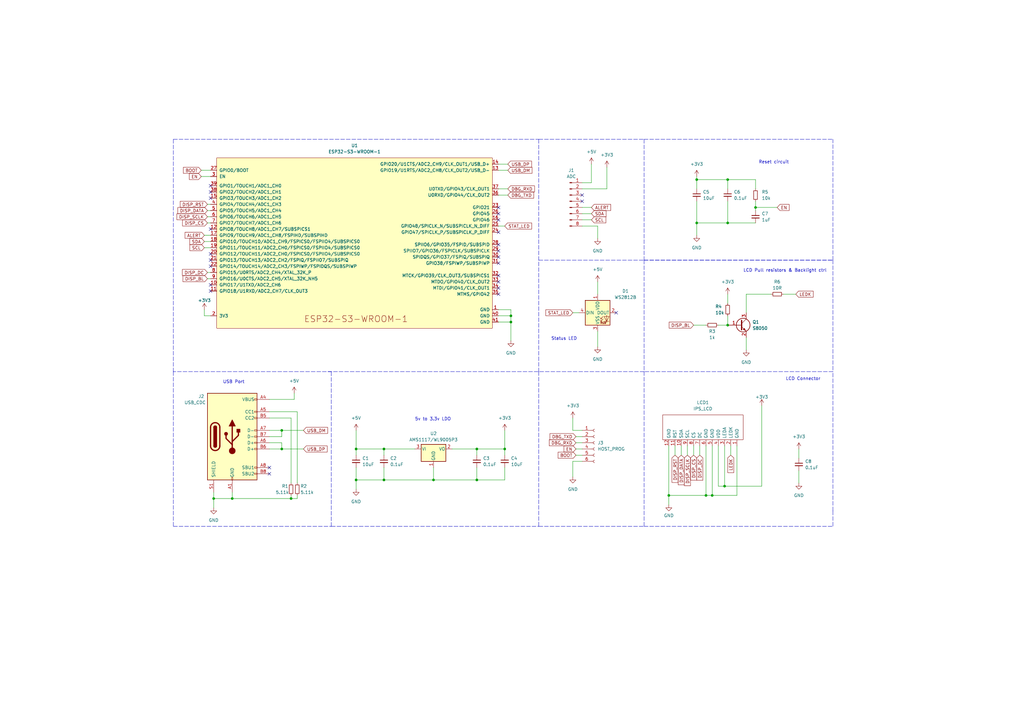
<source format=kicad_sch>
(kicad_sch (version 20211123) (generator eeschema)
  (paper "A3")
  (lib_symbols
    (symbol "+5V_1" (power) (pin_names (offset 0))
      (property "Value" "+5V_1" (at 0 3.556 0))
      (symbol "+5V_1_0_1"
        (polyline (pts (xy -0.762 1.27) (xy 0 2.54)))
        (polyline (pts (xy 0 0) (xy 0 2.54)))
        (polyline (pts (xy 0 2.54) (xy 0.762 1.27)))
      )
      (symbol "+5V_1_1_1"
        (pin power_in line (at 0 0 90) (length 0) hide (name "+5V") (number "1"))
      )
    )
    (symbol "+5V_2" (power) (pin_names (offset 0))
      (property "Value" "+5V_2" (at 0 3.556 0))
      (symbol "+5V_2_0_1"
        (polyline (pts (xy -0.762 1.27) (xy 0 2.54)))
        (polyline (pts (xy 0 0) (xy 0 2.54)))
        (polyline (pts (xy 0 2.54) (xy 0.762 1.27)))
      )
      (symbol "+5V_2_1_1"
        (pin power_in line (at 0 0 90) (length 0) hide (name "+5V") (number "1"))
      )
    )
    (symbol "Connector:Conn_01x06_Female" (pin_names (offset 1.016) hide)
      (property "Reference" "J" (at 0 7.62 0))
      (property "Value" "Conn_01x06_Female" (at 0 -10.16 0))
      (symbol "Conn_01x06_Female_1_1"
        (arc (start 0 -7.112) (mid -0.508 -7.62) (end 0 -8.128) (stroke (width 0.1524)))
        (arc (start 0 -4.572) (mid -0.508 -5.08) (end 0 -5.588) (stroke (width 0.1524)))
        (arc (start 0 -2.032) (mid -0.508 -2.54) (end 0 -3.048) (stroke (width 0.1524)))
        (polyline (pts (xy -1.27 -7.62) (xy -0.508 -7.62)) (stroke (width 0.1524)))
        (polyline (pts (xy -1.27 -5.08) (xy -0.508 -5.08)) (stroke (width 0.1524)))
        (polyline (pts (xy -1.27 -2.54) (xy -0.508 -2.54)) (stroke (width 0.1524)))
        (polyline (pts (xy -1.27 0) (xy -0.508 0)) (stroke (width 0.1524)))
        (polyline (pts (xy -1.27 2.54) (xy -0.508 2.54)) (stroke (width 0.1524)))
        (polyline (pts (xy -1.27 5.08) (xy -0.508 5.08)) (stroke (width 0.1524)))
        (arc (start 0 0.508) (mid -0.508 0) (end 0 -0.508) (stroke (width 0.1524)))
        (arc (start 0 3.048) (mid -0.508 2.54) (end 0 2.032) (stroke (width 0.1524)))
        (arc (start 0 5.588) (mid -0.508 5.08) (end 0 4.572) (stroke (width 0.1524)))
        (pin passive line (at -5.08 5.08 0) (length 3.81) (name "Pin_1") (number "1"))
        (pin passive line (at -5.08 2.54 0) (length 3.81) (name "Pin_2") (number "2"))
        (pin passive line (at -5.08 0 0) (length 3.81) (name "Pin_3") (number "3"))
        (pin passive line (at -5.08 -2.54 0) (length 3.81) (name "Pin_4") (number "4"))
        (pin passive line (at -5.08 -5.08 0) (length 3.81) (name "Pin_5") (number "5"))
        (pin passive line (at -5.08 -7.62 0) (length 3.81) (name "Pin_6") (number "6"))
      )
    )
    (symbol "Connector:Conn_01x08_Male" (pin_names (offset 1.016) hide)
      (property "Reference" "J" (at 0 10.16 0))
      (property "Value" "Conn_01x08_Male" (at 0 -12.7 0))
      (symbol "Conn_01x08_Male_1_1"
        (polyline (pts (xy 1.27 -10.16) (xy 0.8636 -10.16)) (stroke (width 0.1524)))
        (polyline (pts (xy 1.27 -7.62) (xy 0.8636 -7.62)) (stroke (width 0.1524)))
        (polyline (pts (xy 1.27 -5.08) (xy 0.8636 -5.08)) (stroke (width 0.1524)))
        (polyline (pts (xy 1.27 -2.54) (xy 0.8636 -2.54)) (stroke (width 0.1524)))
        (polyline (pts (xy 1.27 0) (xy 0.8636 0)) (stroke (width 0.1524)))
        (polyline (pts (xy 1.27 2.54) (xy 0.8636 2.54)) (stroke (width 0.1524)))
        (polyline (pts (xy 1.27 5.08) (xy 0.8636 5.08)) (stroke (width 0.1524)))
        (polyline (pts (xy 1.27 7.62) (xy 0.8636 7.62)) (stroke (width 0.1524)))
        (rectangle (start 0.8636 -10.033) (end 0 -10.287) (stroke (width 0.1524)) (fill (type outline)))
        (rectangle (start 0.8636 -7.493) (end 0 -7.747) (stroke (width 0.1524)) (fill (type outline)))
        (rectangle (start 0.8636 -4.953) (end 0 -5.207) (stroke (width 0.1524)) (fill (type outline)))
        (rectangle (start 0.8636 -2.413) (end 0 -2.667) (stroke (width 0.1524)) (fill (type outline)))
        (rectangle (start 0.8636 0.127) (end 0 -0.127) (stroke (width 0.1524)) (fill (type outline)))
        (rectangle (start 0.8636 2.667) (end 0 2.413) (stroke (width 0.1524)) (fill (type outline)))
        (rectangle (start 0.8636 5.207) (end 0 4.953) (stroke (width 0.1524)) (fill (type outline)))
        (rectangle (start 0.8636 7.747) (end 0 7.493) (stroke (width 0.1524)) (fill (type outline)))
        (pin passive line (at 5.08 7.62 180) (length 3.81) (name "Pin_1") (number "1"))
        (pin passive line (at 5.08 5.08 180) (length 3.81) (name "Pin_2") (number "2"))
        (pin passive line (at 5.08 2.54 180) (length 3.81) (name "Pin_3") (number "3"))
        (pin passive line (at 5.08 0 180) (length 3.81) (name "Pin_4") (number "4"))
        (pin passive line (at 5.08 -2.54 180) (length 3.81) (name "Pin_5") (number "5"))
        (pin passive line (at 5.08 -5.08 180) (length 3.81) (name "Pin_6") (number "6"))
        (pin passive line (at 5.08 -7.62 180) (length 3.81) (name "Pin_7") (number "7"))
        (pin passive line (at 5.08 -10.16 180) (length 3.81) (name "Pin_8") (number "8"))
      )
    )
    (symbol "Connector:USB_C_Receptacle_USB2.0" (pin_names (offset 1.016))
      (property "Reference" "J" (at -10.16 19.05 0))
      (property "Value" "USB_C_Receptacle_USB2.0" (at 19.05 19.05 0))
      (symbol "USB_C_Receptacle_USB2.0_0_0"
        (rectangle (start -0.254 -17.78) (end 0.254 -16.764))
        (rectangle (start 10.16 -14.986) (end 9.144 -15.494))
        (rectangle (start 10.16 -12.446) (end 9.144 -12.954))
        (rectangle (start 10.16 -4.826) (end 9.144 -5.334))
        (rectangle (start 10.16 -2.286) (end 9.144 -2.794))
        (rectangle (start 10.16 0.254) (end 9.144 -0.254))
        (rectangle (start 10.16 2.794) (end 9.144 2.286))
        (rectangle (start 10.16 7.874) (end 9.144 7.366))
        (rectangle (start 10.16 10.414) (end 9.144 9.906))
        (rectangle (start 10.16 15.494) (end 9.144 14.986))
      )
      (symbol "USB_C_Receptacle_USB2.0_0_1"
        (rectangle (start -10.16 17.78) (end 10.16 -17.78) (stroke (width 0.254)) (fill (type background)))
        (arc (start -8.89 -3.81) (mid -6.985 -5.715) (end -5.08 -3.81) (stroke (width 0.508)))
        (arc (start -7.62 -3.81) (mid -6.985 -4.445) (end -6.35 -3.81) (stroke (width 0.254)))
        (arc (start -7.62 -3.81) (mid -6.985 -4.445) (end -6.35 -3.81) (stroke (width 0.254)) (fill (type outline)))
        (rectangle (start -7.62 -3.81) (end -6.35 3.81) (stroke (width 0.254)) (fill (type outline)))
        (arc (start -6.35 3.81) (mid -6.985 4.445) (end -7.62 3.81) (stroke (width 0.254)))
        (arc (start -6.35 3.81) (mid -6.985 4.445) (end -7.62 3.81) (stroke (width 0.254)) (fill (type outline)))
        (arc (start -5.08 3.81) (mid -6.985 5.715) (end -8.89 3.81) (stroke (width 0.508)))
        (circle (center -2.54 1.143) (radius 0.635) (stroke (width 0.254)) (fill (type outline)))
        (circle (center 0 -5.842) (radius 1.27) (fill (type outline)))
        (polyline (pts (xy -8.89 -3.81) (xy -8.89 3.81)) (stroke (width 0.508)))
        (polyline (pts (xy -5.08 3.81) (xy -5.08 -3.81)) (stroke (width 0.508)))
        (polyline (pts (xy 0 -5.842) (xy 0 4.318)) (stroke (width 0.508)))
        (polyline (pts (xy 0 -3.302) (xy -2.54 -0.762) (xy -2.54 0.508)) (stroke (width 0.508)))
        (polyline (pts (xy 0 -2.032) (xy 2.54 0.508) (xy 2.54 1.778)) (stroke (width 0.508)))
        (polyline (pts (xy -1.27 4.318) (xy 0 6.858) (xy 1.27 4.318) (xy -1.27 4.318)) (stroke (width 0.254)) (fill (type outline)))
        (rectangle (start 1.905 1.778) (end 3.175 3.048) (stroke (width 0.254)) (fill (type outline)))
      )
      (symbol "USB_C_Receptacle_USB2.0_1_1"
        (pin passive line (at 0 -22.86 90) (length 5.08) (name "GND") (number "A1"))
        (pin passive line (at 0 -22.86 90) (length 5.08) hide (name "GND") (number "A12"))
        (pin passive line (at 15.24 15.24 180) (length 5.08) (name "VBUS") (number "A4"))
        (pin bidirectional line (at 15.24 10.16 180) (length 5.08) (name "CC1") (number "A5"))
        (pin bidirectional line (at 15.24 -2.54 180) (length 5.08) (name "D+") (number "A6"))
        (pin bidirectional line (at 15.24 2.54 180) (length 5.08) (name "D-") (number "A7"))
        (pin bidirectional line (at 15.24 -12.7 180) (length 5.08) (name "SBU1") (number "A8"))
        (pin passive line (at 15.24 15.24 180) (length 5.08) hide (name "VBUS") (number "A9"))
        (pin passive line (at 0 -22.86 90) (length 5.08) hide (name "GND") (number "B1"))
        (pin passive line (at 0 -22.86 90) (length 5.08) hide (name "GND") (number "B12"))
        (pin passive line (at 15.24 15.24 180) (length 5.08) hide (name "VBUS") (number "B4"))
        (pin bidirectional line (at 15.24 7.62 180) (length 5.08) (name "CC2") (number "B5"))
        (pin bidirectional line (at 15.24 -5.08 180) (length 5.08) (name "D+") (number "B6"))
        (pin bidirectional line (at 15.24 0 180) (length 5.08) (name "D-") (number "B7"))
        (pin bidirectional line (at 15.24 -15.24 180) (length 5.08) (name "SBU2") (number "B8"))
        (pin passive line (at 15.24 15.24 180) (length 5.08) hide (name "VBUS") (number "B9"))
        (pin passive line (at -7.62 -22.86 90) (length 5.08) (name "SHIELD") (number "S1"))
      )
    )
    (symbol "Device:C_Small" (pin_numbers hide) (pin_names (offset 0.254) hide)
      (property "Reference" "C" (at 0.254 1.778 0))
      (property "Value" "C_Small" (at 0.254 -2.032 0))
      (symbol "C_Small_0_1"
        (polyline (pts (xy -1.524 -0.508) (xy 1.524 -0.508)) (stroke (width 0.3302)))
        (polyline (pts (xy -1.524 0.508) (xy 1.524 0.508)) (stroke (width 0.3048)))
      )
      (symbol "C_Small_1_1"
        (pin passive line (at 0 2.54 270) (length 2.032) (name "~") (number "1"))
        (pin passive line (at 0 -2.54 90) (length 2.032) (name "~") (number "2"))
      )
    )
    (symbol "Device:R_Small" (pin_numbers hide) (pin_names (offset 0.254) hide)
      (property "Reference" "R" (at 0.762 0.508 0))
      (property "Value" "R_Small" (at 0.762 -1.016 0))
      (symbol "R_Small_0_1"
        (rectangle (start -0.762 1.778) (end 0.762 -1.778) (stroke (width 0.2032)))
      )
      (symbol "R_Small_1_1"
        (pin passive line (at 0 2.54 270) (length 0.762) (name "~") (number "1"))
        (pin passive line (at 0 -2.54 90) (length 0.762) (name "~") (number "2"))
      )
    )
    (symbol "Espressif:ESP32-S3-WROOM-1" (pin_names (offset 1.016))
      (property "Reference" "U" (at 0 35.56 0))
      (property "Value" "ESP32-S3-WROOM-1" (at 0 -36.83 0))
      (symbol "ESP32-S3-WROOM-1_0_0"
        (rectangle (start -57.15 34.29) (end 55.88 -35.56) (fill (type background)))
        (text "ESP32-S3-WROOM-1" (at 0 -31.75 0) (effects (font (size 2.54 2.54))))
        (pin power_in line (at 58.42 -27.94 180) (length 2.54) (name "GND") (number "1"))
        (pin bidirectional line (at -59.69 -17.78 0) (length 2.54) (name "GPIO17/U1TXD/ADC2_CH6") (number "10"))
        (pin bidirectional line (at -59.69 -20.32 0) (length 2.54) (name "GPIO18/U1RXD/ADC2_CH7/CLK_OUT3") (number "11"))
        (pin bidirectional line (at -59.69 5.08 0) (length 2.54) (name "GPIO8/TOUCH8/ADC1_CH7/SUBSPICS1") (number "12"))
        (pin bidirectional line (at 58.42 29.21 180) (length 2.54) (name "GPIO19/U1RTS/ADC2_CH8/CLK_OUT2/USB_D-") (number "13"))
        (pin bidirectional line (at 58.42 31.75 180) (length 2.54) (name "GPIO20/U1CTS/ADC2_CH9/CLK_OUT1/USB_D+") (number "14"))
        (pin bidirectional line (at -59.69 17.78 0) (length 2.54) (name "GPIO3/TOUCH3/ADC1_CH2") (number "15"))
        (pin bidirectional line (at 58.42 8.89 180) (length 2.54) (name "GPIO46") (number "16"))
        (pin bidirectional line (at -59.69 2.54 0) (length 2.54) (name "GPIO9/TOUCH9/ADC1_CH8/FSPIHD/SUBSPIHD") (number "17"))
        (pin bidirectional line (at -59.69 0 0) (length 2.54) (name "GPIO10/TOUCH10/ADC1_CH9/FSPICS0/FSPIIO4/SUBSPICS0") (number "18"))
        (pin bidirectional line (at -59.69 -2.54 0) (length 2.54) (name "GPIO11/TOUCH11/ADC2_CH0/FSPICS0/FSPIIO4/SUBSPICS0") (number "19"))
        (pin power_in line (at -59.69 -30.48 0) (length 2.54) (name "3V3") (number "2"))
        (pin bidirectional line (at -59.69 -5.08 0) (length 2.54) (name "GPIO12/TOUCH11/ADC2_CH0/FSPICS0/FSPIIO4/SUBSPICS0") (number "20"))
        (pin bidirectional line (at -59.69 -7.62 0) (length 2.54) (name "GPIO13/TOUCH13/ADC2_CH2/FSPIQ/FSPIIO7/SUBSPIQ") (number "21"))
        (pin bidirectional line (at -59.69 -10.16 0) (length 2.54) (name "GPIO14/TOUCH14/ADC2_CH3/FSPIWP/FSPIDQS/SUBSPIWP") (number "22"))
        (pin bidirectional line (at 58.42 13.97 180) (length 2.54) (name "GPIO21") (number "23"))
        (pin bidirectional line (at 58.42 3.81 180) (length 2.54) (name "GPIO47/SPICLK_P/SUBSPICLK_P_DIFF") (number "24"))
        (pin bidirectional line (at 58.42 6.35 180) (length 2.54) (name "GPIO48/SPICLK_N/SUBSPICLK_N_DIFF") (number "25"))
        (pin bidirectional line (at 58.42 11.43 180) (length 2.54) (name "GPIO45") (number "26"))
        (pin bidirectional line (at -59.69 29.21 0) (length 2.54) (name "GPIO0/BOOT") (number "27"))
        (pin bidirectional line (at 58.42 -1.27 180) (length 2.54) (name "SPIIO6/GPIO35/FSPID/SUBSPID") (number "28"))
        (pin bidirectional line (at 58.42 -3.81 180) (length 2.54) (name "SPIIO7/GPIO36/FSPICLK/SUBSPICLK") (number "29"))
        (pin input line (at -59.69 26.67 0) (length 2.54) (name "EN") (number "3"))
        (pin bidirectional line (at 58.42 -6.35 180) (length 2.54) (name "SPIDQS/GPIO37/FSPIQ/SUBSPIQ") (number "30"))
        (pin bidirectional line (at 58.42 -8.89 180) (length 2.54) (name "GPIO38/FSPIWP/SUBSPIWP") (number "31"))
        (pin bidirectional line (at 58.42 -13.97 180) (length 2.54) (name "MTCK/GPIO39/CLK_OUT3/SUBSPICS1") (number "32"))
        (pin bidirectional line (at 58.42 -16.51 180) (length 2.54) (name "MTDO/GPIO40/CLK_OUT2") (number "33"))
        (pin bidirectional line (at 58.42 -19.05 180) (length 2.54) (name "MTDI/GPIO41/CLK_OUT1") (number "34"))
        (pin bidirectional line (at 58.42 -21.59 180) (length 2.54) (name "MTMS/GPIO42") (number "35"))
        (pin bidirectional line (at 58.42 19.05 180) (length 2.54) (name "U0RXD/GPIO44/CLK_OUT2") (number "36"))
        (pin bidirectional line (at 58.42 21.59 180) (length 2.54) (name "U0TXD/GPIO43/CLK_OUT1") (number "37"))
        (pin bidirectional line (at -59.69 20.32 0) (length 2.54) (name "GPIO2/TOUCH2/ADC1_CH1") (number "38"))
        (pin bidirectional line (at -59.69 22.86 0) (length 2.54) (name "GPIO1/TOUCH1/ADC1_CH0") (number "39"))
        (pin bidirectional line (at -59.69 15.24 0) (length 2.54) (name "GPIO4/TOUCH4/ADC1_CH3") (number "4"))
        (pin power_in line (at 58.42 -30.48 180) (length 2.54) (name "GND") (number "40"))
        (pin power_in line (at 58.42 -33.02 180) (length 2.54) (name "GND") (number "41"))
        (pin bidirectional line (at -59.69 12.7 0) (length 2.54) (name "GPIO5/TOUCH5/ADC1_CH4") (number "5"))
        (pin bidirectional line (at -59.69 10.16 0) (length 2.54) (name "GPIO6/TOUCH6/ADC1_CH5") (number "6"))
        (pin bidirectional line (at -59.69 7.62 0) (length 2.54) (name "GPIO7/TOUCH7/ADC1_CH6") (number "7"))
        (pin bidirectional line (at -59.69 -12.7 0) (length 2.54) (name "GPIO15/U0RTS/ADC2_CH4/XTAL_32K_P") (number "8"))
        (pin bidirectional line (at -59.69 -15.24 0) (length 2.54) (name "GPIO16/U0CTS/ADC2_CH5/XTAL_32K_NH5") (number "9"))
      )
    )
    (symbol "JackcoLib:ST7789V_1.5_IPS_PG04"
      (property "Reference" "LCD" (at 0 24.13 0))
      (property "Value" "ST7789V_1.5_IPS_PG04" (at 0 21.59 0))
      (symbol "ST7789V_1.5_IPS_PG04_0_1"
        (rectangle (start -5.08 16.51) (end 5.08 -16.51))
      )
      (symbol "ST7789V_1.5_IPS_PG04_1_1"
        (pin input line (at 7.62 13.97 180) (length 2.54) (name "GND") (number "1"))
        (pin input line (at 7.62 -8.89 180) (length 2.54) (name "SDA") (number "10"))
        (pin input line (at 7.62 -11.43 180) (length 2.54) (name "RST") (number "11"))
        (pin input line (at 7.62 -13.97 180) (length 2.54) (name "GND") (number "12"))
        (pin input line (at 7.62 11.43 180) (length 2.54) (name "LEDK") (number "2"))
        (pin input line (at 7.62 8.89 180) (length 2.54) (name "LEDA") (number "3"))
        (pin input line (at 7.62 6.35 180) (length 2.54) (name "VDD") (number "4"))
        (pin input line (at 7.62 3.81 180) (length 2.54) (name "GND") (number "5"))
        (pin input line (at 7.62 1.27 180) (length 2.54) (name "GND") (number "6"))
        (pin input line (at 7.62 -1.27 180) (length 2.54) (name "DC") (number "7"))
        (pin input line (at 7.62 -3.81 180) (length 2.54) (name "CS") (number "8"))
        (pin input line (at 7.62 -6.35 180) (length 2.54) (name "SCL") (number "9"))
      )
    )
    (symbol "LED:WS2812B" (pin_names (offset 0.254))
      (property "Reference" "D" (at 5.08 5.715 0))
      (property "Value" "WS2812B" (at 1.27 -5.715 0))
      (symbol "WS2812B_0_0"
        (text "RGB" (at 2.286 -4.191 0) (effects (font (size 0.762 0.762))))
      )
      (symbol "WS2812B_0_1"
        (polyline (pts (xy 1.27 -3.556) (xy 1.778 -3.556)))
        (polyline (pts (xy 1.27 -2.54) (xy 1.778 -2.54)))
        (polyline (pts (xy 4.699 -3.556) (xy 2.667 -3.556)))
        (polyline (pts (xy 2.286 -2.54) (xy 1.27 -3.556) (xy 1.27 -3.048)))
        (polyline (pts (xy 2.286 -1.524) (xy 1.27 -2.54) (xy 1.27 -2.032)))
        (polyline (pts (xy 3.683 -1.016) (xy 3.683 -3.556) (xy 3.683 -4.064)))
        (polyline (pts (xy 4.699 -1.524) (xy 2.667 -1.524) (xy 3.683 -3.556) (xy 4.699 -1.524)))
        (rectangle (start 5.08 5.08) (end -5.08 -5.08) (stroke (width 0.254)) (fill (type background)))
      )
      (symbol "WS2812B_1_1"
        (pin power_in line (at 0 7.62 270) (length 2.54) (name "VDD") (number "1"))
        (pin output line (at 7.62 0 180) (length 2.54) (name "DOUT") (number "2"))
        (pin power_in line (at 0 -7.62 90) (length 2.54) (name "VSS") (number "3"))
        (pin input line (at -7.62 0 0) (length 2.54) (name "DIN") (number "4"))
      )
    )
    (symbol "Regulator_Linear:AMS1117-3.3" (pin_names (offset 0.254))
      (property "Reference" "U" (at -3.81 3.175 0))
      (property "Value" "AMS1117-3.3" (at 0 3.175 0))
      (symbol "AMS1117-3.3_0_1"
        (rectangle (start -5.08 -5.08) (end 5.08 1.905) (stroke (width 0.254)) (fill (type background)))
      )
      (symbol "AMS1117-3.3_1_1"
        (pin power_in line (at 0 -7.62 90) (length 2.54) (name "GND") (number "1"))
        (pin power_out line (at 7.62 0 180) (length 2.54) (name "VO") (number "2"))
        (pin power_in line (at -7.62 0 0) (length 2.54) (name "VI") (number "3"))
      )
    )
    (symbol "Transistor_BJT:S8050" (pin_names (offset 0) hide)
      (property "Reference" "Q1" (at 5.08 1.2701 0))
      (property "Value" "S8050" (at 5.08 -1.2699 0))
      (symbol "S8050_0_1"
        (polyline (pts (xy 0 0) (xy 0.635 0)))
        (polyline (pts (xy 0.635 0.635) (xy 2.54 2.54)))
        (polyline (pts (xy 0.635 -0.635) (xy 2.54 -2.54) (xy 2.54 -2.54)))
        (polyline (pts (xy 0.635 1.905) (xy 0.635 -1.905) (xy 0.635 -1.905)) (stroke (width 0.508)))
        (polyline (pts (xy 1.27 -1.778) (xy 1.778 -1.27) (xy 2.286 -2.286) (xy 1.27 -1.778) (xy 1.27 -1.778)) (fill (type outline)))
        (circle (center 1.27 0) (radius 2.8194) (stroke (width 0.254)))
      )
      (symbol "S8050_1_1"
        (pin input line (at -5.08 0 0) (length 5.08) (name "B") (number "1"))
        (pin passive line (at 2.54 -5.08 90) (length 2.54) (name "E") (number "2"))
        (pin passive line (at 2.54 5.08 270) (length 2.54) (name "C") (number "3"))
      )
    )
    (symbol "power:+3V3" (power) (pin_names (offset 0))
      (property "Value" "+3V3" (at 0 3.556 0))
      (symbol "+3V3_0_1"
        (polyline (pts (xy -0.762 1.27) (xy 0 2.54)))
        (polyline (pts (xy 0 0) (xy 0 2.54)))
        (polyline (pts (xy 0 2.54) (xy 0.762 1.27)))
      )
      (symbol "+3V3_1_1"
        (pin power_in line (at 0 0 90) (length 0) hide (name "+3V3") (number "1"))
      )
    )
    (symbol "power:+5V" (power) (pin_names (offset 0))
      (property "Value" "+5V" (at 0 3.556 0))
      (symbol "+5V_0_1"
        (polyline (pts (xy -0.762 1.27) (xy 0 2.54)))
        (polyline (pts (xy 0 0) (xy 0 2.54)))
        (polyline (pts (xy 0 2.54) (xy 0.762 1.27)))
      )
      (symbol "+5V_1_1"
        (pin power_in line (at 0 0 90) (length 0) hide (name "+5V") (number "1"))
      )
    )
    (symbol "power:GND" (power) (pin_names (offset 0))
      (property "Value" "GND" (at 0 -3.81 0))
      (symbol "GND_0_1"
        (polyline (pts (xy 0 0) (xy 0 -1.27) (xy 1.27 -1.27) (xy 0 -2.54) (xy -1.27 -1.27) (xy 0 -1.27)))
      )
      (symbol "GND_1_1"
        (pin power_in line (at 0 0 270) (length 0) hide (name "GND") (number "1"))
      )
    )
  )
  (junction (at 298.45 133.35))
  (junction (at 292.1 203.2))
  (junction (at 87.63 204.47))
  (junction (at 119.38 204.47))
  (junction (at 195.58 184.15))
  (junction (at 274.32 203.2))
  (junction (at 285.75 73.66))
  (junction (at 157.48 196.85))
  (junction (at 298.45 73.66))
  (junction (at 195.58 196.85))
  (junction (at 157.48 184.15))
  (junction (at 95.25 204.47))
  (junction (at 297.18 199.39))
  (junction (at 207.01 184.15))
  (junction (at 298.45 91.44))
  (junction (at 285.75 91.44))
  (junction (at 209.55 132.08))
  (junction (at 177.8 196.85))
  (junction (at 289.56 203.2))
  (junction (at 146.05 184.15))
  (junction (at 309.88 85.09))
  (junction (at 146.05 196.85))
  (junction (at 115.57 184.15))
  (junction (at 209.55 129.54))
  (junction (at 115.57 176.53))
  (no_connect (at 204.47 102.87))
  (no_connect (at 86.36 78.74))
  (no_connect (at 86.36 119.38))
  (no_connect (at 204.47 105.41))
  (no_connect (at 204.47 113.03))
  (no_connect (at 204.47 95.25))
  (no_connect (at 110.49 194.31))
  (no_connect (at 86.36 104.14))
  (no_connect (at 110.49 191.77))
  (no_connect (at 86.36 93.98))
  (no_connect (at 204.47 87.63))
  (no_connect (at 252.73 128.27))
  (no_connect (at 238.76 80.01))
  (no_connect (at 204.47 115.57))
  (no_connect (at 204.47 118.11))
  (no_connect (at 238.76 82.55))
  (no_connect (at 86.36 106.68))
  (no_connect (at 86.36 109.22))
  (no_connect (at 204.47 107.95))
  (no_connect (at 204.47 120.65))
  (no_connect (at 204.47 100.33))
  (no_connect (at 86.36 81.28))
  (no_connect (at 86.36 116.84))
  (no_connect (at 204.47 90.17))
  (no_connect (at 86.36 76.2))
  (no_connect (at 204.47 85.09))
  (wire (pts (xy 238.76 92.71) (xy 245.11 92.71)))
  (wire (pts (xy 285.75 91.44) (xy 285.75 96.52)))
  (wire (pts (xy 234.95 128.27) (xy 237.49 128.27)))
  (wire (pts (xy 289.56 203.2) (xy 292.1 203.2)))
  (wire (pts (xy 245.11 115.57) (xy 245.11 120.65)))
  (wire (pts (xy 85.09 88.9) (xy 86.36 88.9)))
  (wire (pts (xy 95.25 204.47) (xy 87.63 204.47)))
  (wire (pts (xy 245.11 92.71) (xy 245.11 97.79)))
  (wire (pts (xy 110.49 168.91) (xy 121.92 168.91)))
  (wire (pts (xy 234.95 195.58) (xy 234.95 189.23)))
  (polyline (pts (xy 341.63 209.55) (xy 341.63 215.9)))
  (wire (pts (xy 85.09 114.3) (xy 86.36 114.3)))
  (wire (pts (xy 279.4 182.88) (xy 279.4 186.69)))
  (wire (pts (xy 327.66 184.15) (xy 327.66 187.96)))
  (wire (pts (xy 83.82 99.06) (xy 86.36 99.06)))
  (wire (pts (xy 85.09 86.36) (xy 86.36 86.36)))
  (polyline (pts (xy 341.63 152.4) (xy 264.16 152.4)))
  (polyline (pts (xy 71.12 215.9) (xy 135.89 215.9)))
  (wire (pts (xy 110.49 176.53) (xy 115.57 176.53)))
  (wire (pts (xy 238.76 85.09) (xy 242.57 85.09)))
  (wire (pts (xy 120.65 163.83) (xy 120.65 161.29)))
  (wire (pts (xy 234.95 171.45) (xy 234.95 176.53)))
  (wire (pts (xy 121.92 204.47) (xy 119.38 204.47)))
  (wire (pts (xy 209.55 129.54) (xy 209.55 132.08)))
  (wire (pts (xy 204.47 69.85) (xy 208.28 69.85)))
  (wire (pts (xy 281.94 182.88) (xy 281.94 186.69)))
  (wire (pts (xy 298.45 73.66) (xy 309.88 73.66)))
  (polyline (pts (xy 220.98 152.4) (xy 220.98 215.9)))
  (wire (pts (xy 287.02 182.88) (xy 287.02 186.69)))
  (polyline (pts (xy 134.62 152.4) (xy 135.89 152.4)))
  (wire (pts (xy 157.48 196.85) (xy 177.8 196.85)))
  (wire (pts (xy 294.64 182.88) (xy 294.64 199.39)))
  (wire (pts (xy 195.58 184.15) (xy 195.58 186.69)))
  (wire (pts (xy 82.55 69.85) (xy 86.36 69.85)))
  (wire (pts (xy 302.26 182.88) (xy 302.26 203.2)))
  (wire (pts (xy 306.07 120.65) (xy 306.07 128.27)))
  (wire (pts (xy 82.55 72.39) (xy 86.36 72.39)))
  (polyline (pts (xy 71.12 57.15) (xy 220.98 57.15)))
  (wire (pts (xy 121.92 203.2) (xy 121.92 204.47)))
  (wire (pts (xy 185.42 184.15) (xy 195.58 184.15)))
  (polyline (pts (xy 264.16 106.68) (xy 264.16 152.4)))
  (wire (pts (xy 204.47 67.31) (xy 208.28 67.31)))
  (wire (pts (xy 204.47 92.71) (xy 207.01 92.71)))
  (wire (pts (xy 309.88 85.09) (xy 309.88 86.36)))
  (wire (pts (xy 195.58 196.85) (xy 207.01 196.85)))
  (wire (pts (xy 298.45 82.55) (xy 298.45 91.44)))
  (polyline (pts (xy 341.63 106.68) (xy 341.63 57.15)))
  (polyline (pts (xy 341.63 209.55) (xy 341.63 152.4)))
  (wire (pts (xy 238.76 87.63) (xy 242.57 87.63)))
  (wire (pts (xy 245.11 135.89) (xy 245.11 142.24)))
  (wire (pts (xy 115.57 184.15) (xy 124.46 184.15)))
  (wire (pts (xy 284.48 182.88) (xy 284.48 186.69)))
  (wire (pts (xy 85.09 91.44) (xy 86.36 91.44)))
  (wire (pts (xy 236.22 184.15) (xy 238.76 184.15)))
  (wire (pts (xy 207.01 184.15) (xy 207.01 186.69)))
  (wire (pts (xy 87.63 204.47) (xy 87.63 208.28)))
  (polyline (pts (xy 264.16 152.4) (xy 71.12 152.4)))
  (wire (pts (xy 234.95 176.53) (xy 238.76 176.53)))
  (wire (pts (xy 298.45 129.54) (xy 298.45 133.35)))
  (wire (pts (xy 85.09 111.76) (xy 86.36 111.76)))
  (wire (pts (xy 306.07 138.43) (xy 306.07 143.51)))
  (wire (pts (xy 95.25 201.93) (xy 95.25 204.47)))
  (wire (pts (xy 209.55 132.08) (xy 209.55 139.7)))
  (polyline (pts (xy 264.16 152.4) (xy 264.16 215.9)))
  (polyline (pts (xy 264.16 106.68) (xy 341.63 106.68)))
  (wire (pts (xy 285.75 73.66) (xy 285.75 77.47)))
  (wire (pts (xy 248.92 77.47) (xy 248.92 68.58)))
  (polyline (pts (xy 71.12 57.15) (xy 71.12 152.4)))
  (polyline (pts (xy 341.63 106.68) (xy 341.63 152.4)))
  (wire (pts (xy 289.56 182.88) (xy 289.56 203.2)))
  (wire (pts (xy 146.05 184.15) (xy 157.48 184.15)))
  (wire (pts (xy 327.66 193.04) (xy 327.66 198.12)))
  (wire (pts (xy 285.75 73.66) (xy 298.45 73.66)))
  (wire (pts (xy 207.01 176.53) (xy 207.01 184.15)))
  (wire (pts (xy 110.49 163.83) (xy 120.65 163.83)))
  (wire (pts (xy 297.18 199.39) (xy 312.42 199.39)))
  (wire (pts (xy 110.49 171.45) (xy 119.38 171.45)))
  (wire (pts (xy 157.48 196.85) (xy 157.48 191.77)))
  (wire (pts (xy 309.88 82.55) (xy 309.88 85.09)))
  (polyline (pts (xy 220.98 106.68) (xy 264.16 106.68)))
  (wire (pts (xy 110.49 184.15) (xy 115.57 184.15)))
  (wire (pts (xy 207.01 196.85) (xy 207.01 191.77)))
  (wire (pts (xy 119.38 204.47) (xy 95.25 204.47)))
  (wire (pts (xy 110.49 181.61) (xy 115.57 181.61)))
  (wire (pts (xy 242.57 67.31) (xy 242.57 74.93)))
  (wire (pts (xy 238.76 90.17) (xy 242.57 90.17)))
  (wire (pts (xy 294.64 133.35) (xy 298.45 133.35)))
  (polyline (pts (xy 264.16 57.15) (xy 264.16 106.68)))
  (wire (pts (xy 115.57 176.53) (xy 124.46 176.53)))
  (wire (pts (xy 292.1 182.88) (xy 292.1 203.2)))
  (wire (pts (xy 285.75 82.55) (xy 285.75 91.44)))
  (wire (pts (xy 83.82 129.54) (xy 86.36 129.54)))
  (wire (pts (xy 115.57 181.61) (xy 115.57 184.15)))
  (wire (pts (xy 312.42 199.39) (xy 312.42 166.37)))
  (wire (pts (xy 276.86 182.88) (xy 276.86 186.69)))
  (polyline (pts (xy 220.98 57.15) (xy 264.16 57.15)))
  (wire (pts (xy 119.38 171.45) (xy 119.38 198.12)))
  (wire (pts (xy 115.57 179.07) (xy 115.57 176.53)))
  (wire (pts (xy 274.32 203.2) (xy 274.32 207.01)))
  (wire (pts (xy 204.47 127) (xy 209.55 127)))
  (wire (pts (xy 146.05 191.77) (xy 146.05 196.85)))
  (wire (pts (xy 309.88 85.09) (xy 318.77 85.09)))
  (wire (pts (xy 146.05 196.85) (xy 157.48 196.85)))
  (wire (pts (xy 294.64 199.39) (xy 297.18 199.39)))
  (polyline (pts (xy 264.16 215.9) (xy 341.63 215.9)))
  (wire (pts (xy 292.1 203.2) (xy 302.26 203.2)))
  (wire (pts (xy 83.82 101.6) (xy 86.36 101.6)))
  (polyline (pts (xy 135.89 215.9) (xy 220.98 215.9)))
  (polyline (pts (xy 135.89 215.9) (xy 135.89 152.4)))
  (wire (pts (xy 83.82 127) (xy 83.82 129.54)))
  (wire (pts (xy 177.8 191.77) (xy 177.8 196.85)))
  (wire (pts (xy 195.58 184.15) (xy 207.01 184.15)))
  (polyline (pts (xy 264.16 106.68) (xy 341.63 106.68)))
  (wire (pts (xy 242.57 74.93) (xy 238.76 74.93)))
  (wire (pts (xy 285.75 72.39) (xy 285.75 73.66)))
  (wire (pts (xy 309.88 77.47) (xy 309.88 73.66)))
  (polyline (pts (xy 220.98 57.15) (xy 220.98 152.4)))
  (wire (pts (xy 204.47 132.08) (xy 209.55 132.08)))
  (wire (pts (xy 234.95 189.23) (xy 238.76 189.23)))
  (wire (pts (xy 274.32 182.88) (xy 274.32 203.2)))
  (wire (pts (xy 236.22 181.61) (xy 238.76 181.61)))
  (wire (pts (xy 298.45 120.65) (xy 298.45 124.46)))
  (wire (pts (xy 204.47 77.47) (xy 208.28 77.47)))
  (wire (pts (xy 85.09 83.82) (xy 86.36 83.82)))
  (wire (pts (xy 146.05 196.85) (xy 146.05 200.66)))
  (wire (pts (xy 157.48 184.15) (xy 170.18 184.15)))
  (polyline (pts (xy 264.16 57.15) (xy 341.63 57.15)))
  (wire (pts (xy 297.18 182.88) (xy 297.18 199.39)))
  (polyline (pts (xy 71.12 152.4) (xy 71.12 152.4)))
  (wire (pts (xy 119.38 203.2) (xy 119.38 204.47)))
  (polyline (pts (xy 220.98 215.9) (xy 264.16 215.9)))
  (wire (pts (xy 289.56 203.2) (xy 274.32 203.2)))
  (wire (pts (xy 204.47 80.01) (xy 208.28 80.01)))
  (wire (pts (xy 238.76 77.47) (xy 248.92 77.47)))
  (wire (pts (xy 299.72 182.88) (xy 299.72 186.69)))
  (wire (pts (xy 298.45 91.44) (xy 285.75 91.44)))
  (wire (pts (xy 146.05 184.15) (xy 146.05 186.69)))
  (wire (pts (xy 146.05 176.53) (xy 146.05 184.15)))
  (wire (pts (xy 298.45 77.47) (xy 298.45 73.66)))
  (polyline (pts (xy 71.12 152.4) (xy 71.12 215.9)))
  (wire (pts (xy 284.48 133.35) (xy 289.56 133.35)))
  (wire (pts (xy 110.49 179.07) (xy 115.57 179.07)))
  (wire (pts (xy 195.58 191.77) (xy 195.58 196.85)))
  (wire (pts (xy 316.23 120.65) (xy 306.07 120.65)))
  (wire (pts (xy 83.82 96.52) (xy 86.36 96.52)))
  (wire (pts (xy 321.31 120.65) (xy 326.39 120.65)))
  (wire (pts (xy 204.47 129.54) (xy 209.55 129.54)))
  (wire (pts (xy 236.22 186.69) (xy 238.76 186.69)))
  (wire (pts (xy 87.63 201.93) (xy 87.63 204.47)))
  (wire (pts (xy 236.22 179.07) (xy 238.76 179.07)))
  (wire (pts (xy 121.92 168.91) (xy 121.92 198.12)))
  (wire (pts (xy 209.55 127) (xy 209.55 129.54)))
  (wire (pts (xy 177.8 196.85) (xy 195.58 196.85)))
  (wire (pts (xy 157.48 184.15) (xy 157.48 186.69)))
  (wire (pts (xy 298.45 91.44) (xy 309.88 91.44)))
  (text "Status LED\n" (at 226.06 139.7 0) (effects (font (size 1.27 1.27)) (justify left bottom)))
  (text "LCD Pull resistors & Backlight ctrl\n" (at 339.09 111.76 180) (effects (font (size 1.27 1.27)) (justify right bottom)))
  (text "5v to 3.3v LDO" (at 170.18 172.72 0) (effects (font (size 1.27 1.27)) (justify left bottom)))
  (text "LCD Connector" (at 336.55 156.21 180) (effects (font (size 1.27 1.27)) (justify right bottom)))
  (text "Reset circuit" (at 311.15 67.31 0) (effects (font (size 1.27 1.27)) (justify left bottom)))
  (text "USB Port\n" (at 100.33 157.48 180) (effects (font (size 1.27 1.27)) (justify right bottom)))
  (global_label "SCL" (shape input) (at 83.82 101.6 180) (property "Intersheet References" "${INTERSHEET_REFS}" (effects hide)))
  (global_label "DISP_CS" (shape input) (at 85.09 91.44 180) (property "Intersheet References" "${INTERSHEET_REFS}" (effects hide)))
  (global_label "USB_DM" (shape input) (at 124.46 176.53 0) (property "Intersheet References" "${INTERSHEET_REFS}" (effects hide)))
  (global_label "DISP_BL" (shape input) (at 85.09 114.3 180) (property "Intersheet References" "${INTERSHEET_REFS}" (effects hide)))
  (global_label "DBG_TXD" (shape input) (at 208.28 80.01 0) (property "Intersheet References" "${INTERSHEET_REFS}" (effects hide)))
  (global_label "SCL" (shape input) (at 242.57 90.17 0) (property "Intersheet References" "${INTERSHEET_REFS}" (effects hide)))
  (global_label "DISP_RST" (shape input) (at 276.86 186.69 270) (property "Intersheet References" "${INTERSHEET_REFS}" (effects hide)))
  (global_label "ALERT" (shape input) (at 242.57 85.09 0) (property "Intersheet References" "${INTERSHEET_REFS}" (effects hide)))
  (global_label "DISP_DC" (shape input) (at 85.09 111.76 180) (property "Intersheet References" "${INTERSHEET_REFS}" (effects hide)))
  (global_label "SDA" (shape input) (at 242.57 87.63 0) (property "Intersheet References" "${INTERSHEET_REFS}" (effects hide)))
  (global_label "DISP_SCLK" (shape input) (at 85.09 88.9 180) (property "Intersheet References" "${INTERSHEET_REFS}" (effects hide)))
  (global_label "SDA" (shape input) (at 83.82 99.06 180) (property "Intersheet References" "${INTERSHEET_REFS}" (effects hide)))
  (global_label "DISP_CS" (shape input) (at 284.48 186.69 270) (property "Intersheet References" "${INTERSHEET_REFS}" (effects hide)))
  (global_label "DBG_RXD" (shape input) (at 236.22 181.61 180) (property "Intersheet References" "${INTERSHEET_REFS}" (effects hide)))
  (global_label "EN" (shape input) (at 318.77 85.09 0) (property "Intersheet References" "${INTERSHEET_REFS}" (effects hide)))
  (global_label "BOOT" (shape input) (at 82.55 69.85 180) (property "Intersheet References" "${INTERSHEET_REFS}" (effects hide)))
  (global_label "USB_DP" (shape input) (at 124.46 184.15 0) (property "Intersheet References" "${INTERSHEET_REFS}" (effects hide)))
  (global_label "ALERT" (shape input) (at 83.82 96.52 180) (property "Intersheet References" "${INTERSHEET_REFS}" (effects hide)))
  (global_label "STAT_LED" (shape input) (at 234.95 128.27 180) (property "Intersheet References" "${INTERSHEET_REFS}" (effects hide)))
  (global_label "LEDK" (shape input) (at 326.39 120.65 0) (property "Intersheet References" "${INTERSHEET_REFS}" (effects hide)))
  (global_label "DISP_DATA" (shape input) (at 279.4 186.69 270) (property "Intersheet References" "${INTERSHEET_REFS}" (effects hide)))
  (global_label "DBG_RXD" (shape input) (at 208.28 77.47 0) (property "Intersheet References" "${INTERSHEET_REFS}" (effects hide)))
  (global_label "DISP_DC" (shape input) (at 287.02 186.69 270) (property "Intersheet References" "${INTERSHEET_REFS}" (effects hide)))
  (global_label "DISP_BL" (shape input) (at 284.48 133.35 180) (property "Intersheet References" "${INTERSHEET_REFS}" (effects hide)))
  (global_label "EN" (shape input) (at 82.55 72.39 180) (property "Intersheet References" "${INTERSHEET_REFS}" (effects hide)))
  (global_label "DISP_DATA" (shape input) (at 85.09 86.36 180) (property "Intersheet References" "${INTERSHEET_REFS}" (effects hide)))
  (global_label "EN" (shape input) (at 236.22 184.15 180) (property "Intersheet References" "${INTERSHEET_REFS}" (effects hide)))
  (global_label "DISP_SCLK" (shape input) (at 281.94 186.69 270) (property "Intersheet References" "${INTERSHEET_REFS}" (effects hide)))
  (global_label "USB_DM" (shape input) (at 208.28 69.85 0) (property "Intersheet References" "${INTERSHEET_REFS}" (effects hide)))
  (global_label "STAT_LED" (shape input) (at 207.01 92.71 0) (property "Intersheet References" "${INTERSHEET_REFS}" (effects hide)))
  (global_label "USB_DP" (shape input) (at 208.28 67.31 0) (property "Intersheet References" "${INTERSHEET_REFS}" (effects hide)))
  (global_label "LEDK" (shape input) (at 299.72 186.69 270) (property "Intersheet References" "${INTERSHEET_REFS}" (effects hide)))
  (global_label "DISP_RST" (shape input) (at 85.09 83.82 180) (property "Intersheet References" "${INTERSHEET_REFS}" (effects hide)))
  (global_label "BOOT" (shape input) (at 236.22 186.69 180) (property "Intersheet References" "${INTERSHEET_REFS}" (effects hide)))
  (global_label "DBG_TXD" (shape input) (at 236.22 179.07 180) (property "Intersheet References" "${INTERSHEET_REFS}" (effects hide)))
  (symbol (lib_id "Espressif:ESP32-S3-WROOM-1") (at 146.05 99.06 0) (unit 1)
    (property "Reference" "U1" (at 145.415 59.69 0))
    (property "Value" "ESP32-S3-WROOM-1" (at 145.415 62.23 0))
    (property "Footprint" "Espressif:ESP32-S3-WROOM-1" (effects hide))
  )
  (symbol (lib_id "Connector:Conn_01x06_Female") (at 243.84 181.61 0) (unit 1)
    (property "Reference" "J3" (at 245.11 181.6099 0) (effects (justify left)))
    (property "Value" "HOST_PROG" (at 245.11 184.1499 0) (effects (justify left)))
    (property "Footprint" "Connector_PinSocket_1.27mm:PinSocket_1x06_P1.27mm_Vertical" (effects hide))
  )
  (symbol (lib_id "Device:R_Small") (at 309.88 80.01 0) (unit 1)
    (property "Reference" "R5" (at 312.42 78.74 0) (effects (justify left)))
    (property "Value" "10k" (at 312.42 81.2799 0) (effects (justify left)))
    (property "Footprint" "Resistor_SMD:R_0603_1608Metric_Pad0.98x0.95mm_HandSolder" (effects hide))
  )
  (symbol (lib_id "power:GND") (at 245.11 142.24 0) (unit 1)
    (property "Reference" "#PWR014" (effects hide))
    (property "Value" "GND" (at 245.11 147.32 0))
  )
  (symbol (lib_id "power:+3V3") (at 83.82 127 0) (unit 1)
    (property "Reference" "#PWR01" (effects hide))
    (property "Value" "+3V3" (at 83.82 123.19 0))
  )
  (symbol (lib_id "power:+3V3") (at 312.42 166.37 0) (unit 1)
    (property "Reference" "#PWR020" (effects hide))
    (property "Value" "+3V3" (at 312.42 162.7942 0))
  )
  (symbol (lib_id "power:+3V3") (at 234.95 171.45 0) (unit 1)
    (property "Reference" "#PWR011" (effects hide))
    (property "Value" "+3V3" (at 234.95 166.37 0))
  )
  (symbol (lib_id "power:GND") (at 209.55 139.7 0) (unit 1)
    (property "Reference" "#PWR010" (effects hide))
    (property "Value" "GND" (at 209.55 144.78 0))
  )
  (symbol (lib_id "Device:R_Small") (at 292.1 133.35 90) (unit 1)
    (property "Reference" "R3" (at 292.1 135.89 90))
    (property "Value" "1k" (at 292.1 138.43 90))
    (property "Footprint" "Resistor_SMD:R_0603_1608Metric_Pad0.98x0.95mm_HandSolder" (effects hide))
  )
  (symbol (lib_id "Device:C_Small") (at 327.66 190.5 0) (unit 1)
    (property "Reference" "C8" (at 330.2 189.2362 0) (effects (justify left)))
    (property "Value" "0.1uF" (at 330.2 191.7762 0) (effects (justify left)))
    (property "Footprint" "Capacitor_SMD:C_0603_1608Metric_Pad1.08x0.95mm_HandSolder" (effects hide))
  )
  (symbol (lib_id "Device:R_Small") (at 298.45 127 0) (unit 1)
    (property "Reference" "R4" (at 293.37 125.73 0) (effects (justify left)))
    (property "Value" "10k" (at 293.37 128.27 0) (effects (justify left)))
    (property "Footprint" "Resistor_SMD:R_0603_1608Metric_Pad0.98x0.95mm_HandSolder" (effects hide))
  )
  (symbol (lib_id "power:+3V3") (at 285.75 72.39 0) (unit 1)
    (property "Reference" "#PWR016" (effects hide))
    (property "Value" "+3V3" (at 285.75 67.31 0))
  )
  (symbol (lib_id "Device:R_Small") (at 318.77 120.65 90) (unit 1)
    (property "Reference" "R6" (at 318.77 115.57 90))
    (property "Value" "10R" (at 318.77 118.11 90))
    (property "Footprint" "Resistor_SMD:R_0603_1608Metric_Pad0.98x0.95mm_HandSolder" (effects hide))
  )
  (symbol (lib_id "Regulator_Linear:AMS1117-3.3") (at 177.8 184.15 0) (unit 1)
    (property "Reference" "U2" (at 177.8 177.8 0))
    (property "Value" "AMS1117/WL9005P3" (at 177.8 180.34 0))
    (property "Footprint" "Package_TO_SOT_SMD:SOT-89-3_Handsoldering" (effects hide))
    (property "Datasheet" "http://www.advanced-monolithic.com/pdf/ds1117.pdf" (effects hide))
  )
  (symbol (lib_id "power:GND") (at 146.05 200.66 0) (unit 1)
    (property "Reference" "#PWR08" (effects hide))
    (property "Value" "GND" (at 146.05 205.74 0))
  )
  (symbol (lib_id "power:+3V3") (at 248.92 68.58 0) (unit 1)
    (property "Reference" "#PWR05" (effects hide))
    (property "Value" "+3V3" (at 248.92 63.5 0))
  )
  (symbol (lib_id "Device:R_Small") (at 121.92 200.66 0) (unit 1)
    (property "Reference" "R2" (at 123.19 199.39 0) (effects (justify left)))
    (property "Value" "5.11k" (at 123.19 201.93 0) (effects (justify left)))
    (property "Footprint" "Resistor_SMD:R_0603_1608Metric_Pad0.98x0.95mm_HandSolder" (effects hide))
  )
  (symbol (lib_id "power:GND") (at 87.63 208.28 0) (unit 1)
    (property "Reference" "#PWR03" (effects hide))
    (property "Value" "GND" (at 87.63 213.36 0))
  )
  (symbol (lib_id "power:GND") (at 285.75 96.52 0) (unit 1)
    (property "Reference" "#PWR017" (effects hide))
    (property "Value" "GND" (at 285.75 101.6 0))
  )
  (symbol (lib_id "power:+3V3") (at 207.01 176.53 0) (unit 1)
    (property "Reference" "#PWR09" (effects hide))
    (property "Value" "+3V3" (at 207.01 171.45 0))
  )
  (symbol (lib_id "power:GND") (at 234.95 195.58 0) (unit 1)
    (property "Reference" "#PWR012" (effects hide))
    (property "Value" "GND" (at 234.95 200.66 0))
  )
  (symbol (lib_id "Connector:USB_C_Receptacle_USB2.0") (at 95.25 179.07 0) (unit 1)
    (property "Reference" "J2" (at 82.55 162.56 0))
    (property "Value" "USB_CDC" (at 80.01 165.1 0))
    (property "Footprint" "Connector_USB:USB_C_Receptacle_HRO_TYPE-C-31-M-12" (effects hide))
    (property "Datasheet" "https://www.usb.org/sites/default/files/documents/usb_type-c.zip" (effects hide))
  )
  (symbol (lib_id "Device:C_Small") (at 195.58 189.23 0) (unit 1)
    (property "Reference" "C3" (at 198.12 187.96 0) (effects (justify left)))
    (property "Value" "0.1uF" (at 198.12 190.5 0) (effects (justify left)))
    (property "Footprint" "Capacitor_SMD:C_0603_1608Metric_Pad1.08x0.95mm_HandSolder" (effects hide))
  )
  (symbol (lib_id "Transistor_BJT:S8050") (at 303.53 133.35 0) (unit 1)
    (property "Reference" "Q1" (at 308.61 132.0799 0) (effects (justify left)))
    (property "Value" "S8050" (at 308.61 134.6199 0) (effects (justify left)))
    (property "Footprint" "Package_TO_SOT_SMD:SOT-23" (effects hide))
    (property "Datasheet" "http://www.unisonic.com.tw/datasheet/S8050.pdf" (effects hide))
  )
  (symbol (lib_id "Device:C_Small") (at 146.05 189.23 0) (unit 1)
    (property "Reference" "C1" (at 148.59 187.96 0) (effects (justify left)))
    (property "Value" "10uF" (at 148.59 190.5 0) (effects (justify left)))
    (property "Footprint" "Capacitor_SMD:C_0603_1608Metric_Pad1.08x0.95mm_HandSolder" (effects hide))
  )
  (symbol (lib_id "Device:R_Small") (at 119.38 200.66 0) (unit 1)
    (property "Reference" "R1" (at 115.57 199.39 0) (effects (justify left)))
    (property "Value" "5.11k" (at 113.03 201.93 0) (effects (justify left)))
    (property "Footprint" "Resistor_SMD:R_0603_1608Metric_Pad0.98x0.95mm_HandSolder" (effects hide))
  )
  (symbol (lib_name "+5V_1") (lib_id "power:+5V") (at 242.57 67.31 0) (unit 1)
    (property "Reference" "#PWR02" (effects hide))
    (property "Value" "+5V" (at 242.57 62.23 0))
  )
  (symbol (lib_id "Device:C_Small") (at 157.48 189.23 0) (unit 1)
    (property "Reference" "C2" (at 160.02 187.96 0) (effects (justify left)))
    (property "Value" "0.1uF" (at 160.02 190.5 0) (effects (justify left)))
    (property "Footprint" "Capacitor_SMD:C_0603_1608Metric_Pad1.08x0.95mm_HandSolder" (effects hide))
  )
  (symbol (lib_id "Connector:Conn_01x08_Male") (at 233.68 82.55 0) (unit 1)
    (property "Reference" "J1" (at 234.315 69.85 0))
    (property "Value" "ADC" (at 234.315 72.39 0))
    (property "Footprint" "Connector_PinSocket_2.54mm:PinSocket_1x08_P2.54mm_Vertical" (effects hide))
  )
  (symbol (lib_id "power:GND") (at 274.32 207.01 0) (unit 1)
    (property "Reference" "#PWR015" (effects hide))
    (property "Value" "GND" (at 274.32 211.4534 0))
  )
  (symbol (lib_name "+5V_2") (lib_id "power:+5V") (at 245.11 115.57 0) (unit 1)
    (property "Reference" "#PWR?" (effects hide))
    (property "Value" "+5V" (at 245.11 110.49 0))
  )
  (symbol (lib_id "power:+3V3") (at 327.66 184.15 0) (unit 1)
    (property "Reference" "#PWR021" (effects hide))
    (property "Value" "+3V3" (at 327.66 179.07 0))
  )
  (symbol (lib_id "power:GND") (at 245.11 97.79 0) (unit 1)
    (property "Reference" "#PWR04" (effects hide))
    (property "Value" "GND" (at 245.11 102.87 0))
  )
  (symbol (lib_id "Device:C_Small") (at 207.01 189.23 0) (unit 1)
    (property "Reference" "C4" (at 209.55 187.96 0) (effects (justify left)))
    (property "Value" "10uF" (at 209.55 190.5 0) (effects (justify left)))
    (property "Footprint" "Capacitor_SMD:C_0603_1608Metric_Pad1.08x0.95mm_HandSolder" (effects hide))
  )
  (symbol (lib_id "Device:C_Small") (at 298.45 80.01 0) (unit 1)
    (property "Reference" "C6" (at 300.99 78.74 0) (effects (justify left)))
    (property "Value" "0.1uF" (at 300.99 81.28 0) (effects (justify left)))
    (property "Footprint" "Capacitor_SMD:C_0603_1608Metric_Pad1.08x0.95mm_HandSolder" (effects hide))
  )
  (symbol (lib_id "LED:WS2812B") (at 245.11 128.27 0) (unit 1)
    (property "Reference" "D1" (at 256.54 119.38 0))
    (property "Value" "WS2812B" (at 256.54 121.92 0))
    (property "Footprint" "LED_SMD:LED_WS2812B_PLCC4_5.0x5.0mm_P3.2mm" (effects hide))
    (property "Datasheet" "https://cdn-shop.adafruit.com/datasheets/WS2812B.pdf" (effects hide))
  )
  (symbol (lib_id "Device:C_Small") (at 285.75 80.01 0) (unit 1)
    (property "Reference" "C5" (at 288.29 78.74 0) (effects (justify left)))
    (property "Value" "10uF" (at 288.29 81.28 0) (effects (justify left)))
    (property "Footprint" "Capacitor_SMD:C_0603_1608Metric_Pad1.08x0.95mm_HandSolder" (effects hide))
  )
  (symbol (lib_id "Device:C_Small") (at 309.88 88.9 0) (unit 1)
    (property "Reference" "C7" (at 312.42 87.63 0) (effects (justify left)))
    (property "Value" "1uF" (at 312.42 90.17 0) (effects (justify left)))
    (property "Footprint" "Capacitor_SMD:C_0603_1608Metric_Pad1.08x0.95mm_HandSolder" (effects hide))
  )
  (symbol (lib_id "power:GND") (at 327.66 198.12 0) (unit 1)
    (property "Reference" "#PWR022" (effects hide))
    (property "Value" "GND" (at 327.66 203.2 0))
  )
  (symbol (lib_id "JackcoLib:ST7789V_1.5_IPS_PG04") (at 288.29 175.26 270) (unit 1)
    (property "Reference" "LCD1" (at 288.29 165.1 90))
    (property "Value" "IPS_LCD" (at 288.29 167.64 90))
    (property "Footprint" "JackcoLib:ST7789V_1.5_IPS_PG04" (effects hide))
  )
  (symbol (lib_id "power:GND") (at 306.07 143.51 0) (unit 1)
    (property "Reference" "#PWR019" (effects hide))
    (property "Value" "GND" (at 306.07 148.59 0))
  )
  (symbol (lib_id "power:+5V") (at 120.65 161.29 0) (unit 1)
    (property "Reference" "#PWR06" (effects hide))
    (property "Value" "+5V" (at 120.65 156.21 0))
  )
  (symbol (lib_id "power:+5V") (at 146.05 176.53 0) (unit 1)
    (property "Reference" "#PWR07" (effects hide))
    (property "Value" "+5V" (at 146.05 171.45 0))
  )
  (symbol (lib_id "power:+3V3") (at 298.45 120.65 0) (unit 1)
    (property "Reference" "#PWR018" (effects hide))
    (property "Value" "+3V3" (at 298.45 115.57 0))
  )
)
</source>
